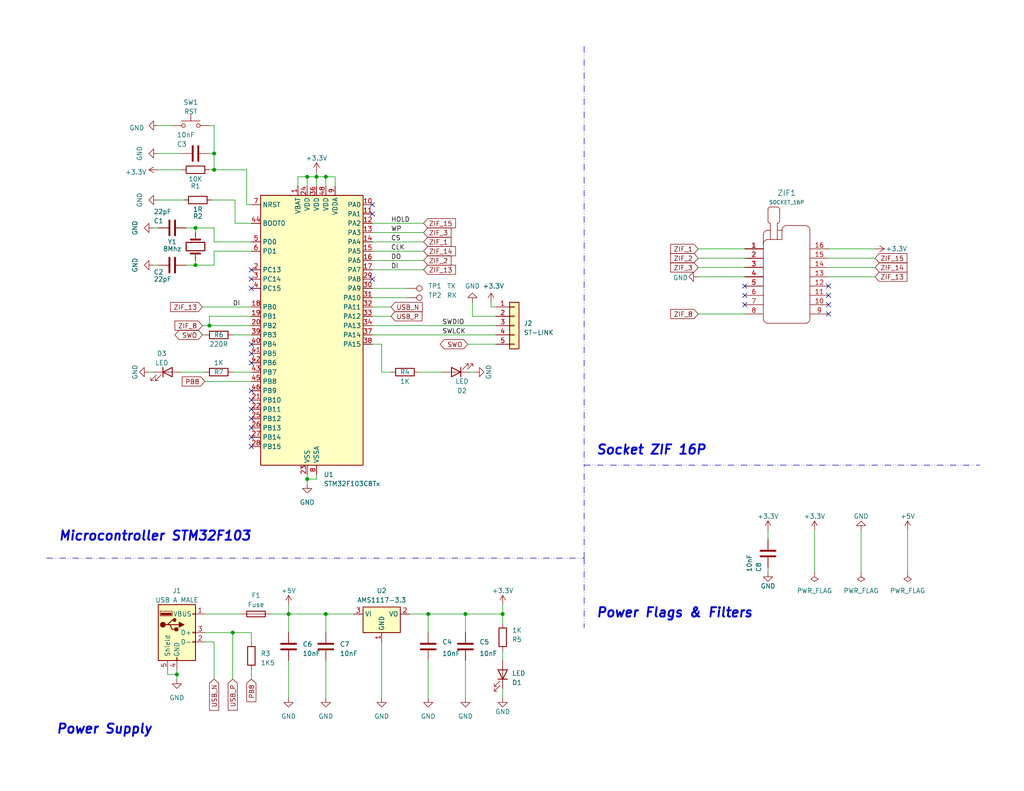
<source format=kicad_sch>
(kicad_sch (version 20230121) (generator eeschema)
  (paper "USLetter")
  (title_block (title "Clone XTW-2") (date "2023-03-08") (rev "1.2.1V") (company "xDNA Electronics & Design"))
  (lib_symbols
    (symbol "Connector:TestPoint" (pin_numbers hide) (pin_names (offset 0.762) hide)
      (property "Reference" "TP" (at 0 6.858 0))
      (property "Value" "TestPoint" (at 0 5.08 0))
      (symbol "TestPoint_0_1"
        (circle (center 0 3.302) (radius 0.762))
      )
      (symbol "TestPoint_1_1"
        (pin passive line (at 0 0 90) (length 2.54) (name "1") (number "1"))
      )
    )
    (symbol "Connector:USB_A" (pin_names (offset 1.016))
      (property "Reference" "J" (at -5.08 11.43 0))
      (property "Value" "USB_A" (at -5.08 8.89 0))
      (symbol "USB_A_0_1"
        (rectangle (start -5.08 -7.62) (end 5.08 7.62) (stroke (width 0.254)) (fill (type background)))
        (circle (center -3.81 2.159) (radius 0.635) (stroke (width 0.254)) (fill (type outline)))
        (rectangle (start -1.524 4.826) (end -4.318 5.334) (fill (type outline)))
        (rectangle (start -1.27 4.572) (end -4.572 5.842))
        (circle (center -0.635 3.429) (radius 0.381) (stroke (width 0.254)) (fill (type outline)))
        (rectangle (start -0.127 -7.62) (end 0.127 -6.858))
        (polyline (pts (xy -3.175 2.159) (xy -2.54 2.159) (xy -1.27 3.429) (xy -0.635 3.429)) (stroke (width 0.254)))
        (polyline (pts (xy -2.54 2.159) (xy -1.905 2.159) (xy -1.27 0.889) (xy 0 0.889)) (stroke (width 0.254)))
        (polyline (pts (xy 0.635 2.794) (xy 0.635 1.524) (xy 1.905 2.159) (xy 0.635 2.794)) (stroke (width 0.254)) (fill (type outline)))
        (rectangle (start 0.254 1.27) (end -0.508 0.508) (stroke (width 0.254)) (fill (type outline)))
        (rectangle (start 5.08 -2.667) (end 4.318 -2.413))
        (rectangle (start 5.08 -0.127) (end 4.318 0.127))
        (rectangle (start 5.08 4.953) (end 4.318 5.207))
      )
      (symbol "USB_A_1_1"
        (polyline (pts (xy -1.905 2.159) (xy 0.635 2.159)) (stroke (width 0.254)))
        (pin power_in line (at 7.62 5.08 180) (length 2.54) (name "VBUS") (number "1"))
        (pin bidirectional line (at 7.62 -2.54 180) (length 2.54) (name "D-") (number "2"))
        (pin bidirectional line (at 7.62 0 180) (length 2.54) (name "D+") (number "3"))
        (pin power_in line (at 0 -10.16 90) (length 2.54) (name "GND") (number "4"))
        (pin passive line (at -2.54 -10.16 90) (length 2.54) (name "Shield") (number "5"))
      )
    )
    (symbol "Connector_Generic:Conn_01x05" (pin_names (offset 1.016) hide)
      (property "Reference" "J" (at 0 7.62 0))
      (property "Value" "Conn_01x05" (at 0 -7.62 0))
      (symbol "Conn_01x05_1_1"
        (rectangle (start -1.27 -4.953) (end 0 -5.207) (stroke (width 0.1524)))
        (rectangle (start -1.27 -2.413) (end 0 -2.667) (stroke (width 0.1524)))
        (rectangle (start -1.27 0.127) (end 0 -0.127) (stroke (width 0.1524)))
        (rectangle (start -1.27 2.667) (end 0 2.413) (stroke (width 0.1524)))
        (rectangle (start -1.27 5.207) (end 0 4.953) (stroke (width 0.1524)))
        (rectangle (start -1.27 6.35) (end 1.27 -6.35) (stroke (width 0.254)) (fill (type background)))
        (pin passive line (at -5.08 5.08 0) (length 3.81) (name "Pin_1") (number "1"))
        (pin passive line (at -5.08 2.54 0) (length 3.81) (name "Pin_2") (number "2"))
        (pin passive line (at -5.08 0 0) (length 3.81) (name "Pin_3") (number "3"))
        (pin passive line (at -5.08 -2.54 0) (length 3.81) (name "Pin_4") (number "4"))
        (pin passive line (at -5.08 -5.08 0) (length 3.81) (name "Pin_5") (number "5"))
      )
    )
    (symbol "Device:C" (pin_numbers hide) (pin_names (offset 0.254))
      (property "Reference" "C" (at 0.635 2.54 0))
      (property "Value" "C" (at 0.635 -2.54 0))
      (symbol "C_0_1"
        (polyline (pts (xy -2.032 -0.762) (xy 2.032 -0.762)) (stroke (width 0.508)))
        (polyline (pts (xy -2.032 0.762) (xy 2.032 0.762)) (stroke (width 0.508)))
      )
      (symbol "C_1_1"
        (pin passive line (at 0 3.81 270) (length 2.794) (name "~") (number "1"))
        (pin passive line (at 0 -3.81 90) (length 2.794) (name "~") (number "2"))
      )
    )
    (symbol "Device:Crystal" (pin_numbers hide) (pin_names (offset 1.016) hide)
      (property "Reference" "Y" (at 0 3.81 0))
      (property "Value" "Crystal" (at 0 -3.81 0))
      (symbol "Crystal_0_1"
        (rectangle (start -1.143 2.54) (end 1.143 -2.54) (stroke (width 0.3048)))
        (polyline (pts (xy -2.54 0) (xy -1.905 0)))
        (polyline (pts (xy -1.905 -1.27) (xy -1.905 1.27)) (stroke (width 0.508)))
        (polyline (pts (xy 1.905 -1.27) (xy 1.905 1.27)) (stroke (width 0.508)))
        (polyline (pts (xy 2.54 0) (xy 1.905 0)))
      )
      (symbol "Crystal_1_1"
        (pin passive line (at -3.81 0 0) (length 1.27) (name "1") (number "1"))
        (pin passive line (at 3.81 0 180) (length 1.27) (name "2") (number "2"))
      )
    )
    (symbol "Device:Fuse" (pin_numbers hide) (pin_names (offset 0))
      (property "Reference" "F" (at 2.032 0 90))
      (property "Value" "Fuse" (at -1.905 0 90))
      (symbol "Fuse_0_1"
        (rectangle (start -0.762 -2.54) (end 0.762 2.54) (stroke (width 0.254)))
        (polyline (pts (xy 0 2.54) (xy 0 -2.54)))
      )
      (symbol "Fuse_1_1"
        (pin passive line (at 0 3.81 270) (length 1.27) (name "~") (number "1"))
        (pin passive line (at 0 -3.81 90) (length 1.27) (name "~") (number "2"))
      )
    )
    (symbol "Device:LED" (pin_numbers hide) (pin_names (offset 1.016) hide)
      (property "Reference" "D" (at 0 2.54 0))
      (property "Value" "LED" (at 0 -2.54 0))
      (symbol "LED_0_1"
        (polyline (pts (xy -1.27 -1.27) (xy -1.27 1.27)) (stroke (width 0.254)))
        (polyline (pts (xy -1.27 0) (xy 1.27 0)))
        (polyline (pts (xy 1.27 -1.27) (xy 1.27 1.27) (xy -1.27 0) (xy 1.27 -1.27)) (stroke (width 0.254)))
        (polyline (pts (xy -3.048 -0.762) (xy -4.572 -2.286) (xy -3.81 -2.286) (xy -4.572 -2.286) (xy -4.572 -1.524)))
        (polyline (pts (xy -1.778 -0.762) (xy -3.302 -2.286) (xy -2.54 -2.286) (xy -3.302 -2.286) (xy -3.302 -1.524)))
      )
      (symbol "LED_1_1"
        (pin passive line (at -3.81 0 0) (length 2.54) (name "K") (number "1"))
        (pin passive line (at 3.81 0 180) (length 2.54) (name "A") (number "2"))
      )
    )
    (symbol "Device:R" (pin_numbers hide) (pin_names (offset 0))
      (property "Reference" "R" (at 2.032 0 90))
      (property "Value" "R" (at 0 0 90))
      (symbol "R_0_1"
        (rectangle (start -1.016 -2.54) (end 1.016 2.54) (stroke (width 0.254)))
      )
      (symbol "R_1_1"
        (pin passive line (at 0 3.81 270) (length 1.27) (name "~") (number "1"))
        (pin passive line (at 0 -3.81 90) (length 1.27) (name "~") (number "2"))
      )
    )
    (symbol "MCU_ST_STM32F1:STM32F103C8Tx"
      (property "Reference" "U" (at -12.7 39.37 0))
      (property "Value" "STM32F103C8Tx" (at 10.16 39.37 0))
      (symbol "STM32F103C8Tx_0_1"
        (rectangle (start -12.7 -35.56) (end 15.24 38.1) (stroke (width 0.254)) (fill (type background)))
      )
      (symbol "STM32F103C8Tx_1_1"
        (pin power_in line (at -2.54 40.64 270) (length 2.54) (name "VBAT") (number "1"))
        (pin bidirectional line (at 17.78 35.56 180) (length 2.54) (name "PA0") (number "10"))
        (pin bidirectional line (at 17.78 33.02 180) (length 2.54) (name "PA1") (number "11"))
        (pin bidirectional line (at 17.78 30.48 180) (length 2.54) (name "PA2") (number "12"))
        (pin bidirectional line (at 17.78 27.94 180) (length 2.54) (name "PA3") (number "13"))
        (pin bidirectional line (at 17.78 25.4 180) (length 2.54) (name "PA4") (number "14"))
        (pin bidirectional line (at 17.78 22.86 180) (length 2.54) (name "PA5") (number "15"))
        (pin bidirectional line (at 17.78 20.32 180) (length 2.54) (name "PA6") (number "16"))
        (pin bidirectional line (at 17.78 17.78 180) (length 2.54) (name "PA7") (number "17"))
        (pin bidirectional line (at -15.24 7.62 0) (length 2.54) (name "PB0") (number "18"))
        (pin bidirectional line (at -15.24 5.08 0) (length 2.54) (name "PB1") (number "19"))
        (pin bidirectional line (at -15.24 17.78 0) (length 2.54) (name "PC13") (number "2"))
        (pin bidirectional line (at -15.24 2.54 0) (length 2.54) (name "PB2") (number "20"))
        (pin bidirectional line (at -15.24 -17.78 0) (length 2.54) (name "PB10") (number "21"))
        (pin bidirectional line (at -15.24 -20.32 0) (length 2.54) (name "PB11") (number "22"))
        (pin power_in line (at 0 -38.1 90) (length 2.54) (name "VSS") (number "23"))
        (pin power_in line (at 0 40.64 270) (length 2.54) (name "VDD") (number "24"))
        (pin bidirectional line (at -15.24 -22.86 0) (length 2.54) (name "PB12") (number "25"))
        (pin bidirectional line (at -15.24 -25.4 0) (length 2.54) (name "PB13") (number "26"))
        (pin bidirectional line (at -15.24 -27.94 0) (length 2.54) (name "PB14") (number "27"))
        (pin bidirectional line (at -15.24 -30.48 0) (length 2.54) (name "PB15") (number "28"))
        (pin bidirectional line (at 17.78 15.24 180) (length 2.54) (name "PA8") (number "29"))
        (pin bidirectional line (at -15.24 15.24 0) (length 2.54) (name "PC14") (number "3"))
        (pin bidirectional line (at 17.78 12.7 180) (length 2.54) (name "PA9") (number "30"))
        (pin bidirectional line (at 17.78 10.16 180) (length 2.54) (name "PA10") (number "31"))
        (pin bidirectional line (at 17.78 7.62 180) (length 2.54) (name "PA11") (number "32"))
        (pin bidirectional line (at 17.78 5.08 180) (length 2.54) (name "PA12") (number "33"))
        (pin bidirectional line (at 17.78 2.54 180) (length 2.54) (name "PA13") (number "34"))
        (pin passive line (at 0 -38.1 90) (length 2.54) hide (name "VSS") (number "35"))
        (pin power_in line (at 2.54 40.64 270) (length 2.54) (name "VDD") (number "36"))
        (pin bidirectional line (at 17.78 0 180) (length 2.54) (name "PA14") (number "37"))
        (pin bidirectional line (at 17.78 -2.54 180) (length 2.54) (name "PA15") (number "38"))
        (pin bidirectional line (at -15.24 0 0) (length 2.54) (name "PB3") (number "39"))
        (pin bidirectional line (at -15.24 12.7 0) (length 2.54) (name "PC15") (number "4"))
        (pin bidirectional line (at -15.24 -2.54 0) (length 2.54) (name "PB4") (number "40"))
        (pin bidirectional line (at -15.24 -5.08 0) (length 2.54) (name "PB5") (number "41"))
        (pin bidirectional line (at -15.24 -7.62 0) (length 2.54) (name "PB6") (number "42"))
        (pin bidirectional line (at -15.24 -10.16 0) (length 2.54) (name "PB7") (number "43"))
        (pin input line (at -15.24 30.48 0) (length 2.54) (name "BOOT0") (number "44"))
        (pin bidirectional line (at -15.24 -12.7 0) (length 2.54) (name "PB8") (number "45"))
        (pin bidirectional line (at -15.24 -15.24 0) (length 2.54) (name "PB9") (number "46"))
        (pin passive line (at 0 -38.1 90) (length 2.54) hide (name "VSS") (number "47"))
        (pin power_in line (at 5.08 40.64 270) (length 2.54) (name "VDD") (number "48"))
        (pin bidirectional line (at -15.24 25.4 0) (length 2.54) (name "PD0") (number "5"))
        (pin bidirectional line (at -15.24 22.86 0) (length 2.54) (name "PD1") (number "6"))
        (pin input line (at -15.24 35.56 0) (length 2.54) (name "NRST") (number "7"))
        (pin power_in line (at 2.54 -38.1 90) (length 2.54) (name "VSSA") (number "8"))
        (pin power_in line (at 7.62 40.64 270) (length 2.54) (name "VDDA") (number "9"))
      )
    )
    (symbol "Regulator_Linear:AMS1117-3.3"
      (property "Reference" "U" (at -3.81 3.175 0))
      (property "Value" "AMS1117-3.3" (at 0 3.175 0))
      (symbol "AMS1117-3.3_0_1"
        (rectangle (start -5.08 -5.08) (end 5.08 1.905) (stroke (width 0.254)) (fill (type background)))
      )
      (symbol "AMS1117-3.3_1_1"
        (pin power_in line (at 0 -7.62 90) (length 2.54) (name "GND") (number "1"))
        (pin power_out line (at 7.62 0 180) (length 2.54) (name "VO") (number "2"))
        (pin power_in line (at -7.62 0 0) (length 2.54) (name "VI") (number "3"))
      )
    )
    (symbol "Switch:SW_Push" (pin_numbers hide) (pin_names (offset 1.016) hide)
      (property "Reference" "SW" (at 1.27 2.54 0))
      (property "Value" "SW_Push" (at 0 -1.524 0))
      (symbol "SW_Push_0_1"
        (circle (center -2.032 0) (radius 0.508))
        (polyline (pts (xy 0 1.27) (xy 0 3.048)))
        (polyline (pts (xy 2.54 1.27) (xy -2.54 1.27)))
        (circle (center 2.032 0) (radius 0.508))
        (pin passive line (at -5.08 0 0) (length 2.54) (name "1") (number "1"))
        (pin passive line (at 5.08 0 180) (length 2.54) (name "2") (number "2"))
      )
    )
    (symbol "power:+3.3V" (power) (pin_names (offset 0))
      (property "Value" "+3.3V" (at 0 3.556 0))
      (symbol "+3.3V_0_1"
        (polyline (pts (xy -0.762 1.27) (xy 0 2.54)))
        (polyline (pts (xy 0 0) (xy 0 2.54)))
        (polyline (pts (xy 0 2.54) (xy 0.762 1.27)))
      )
      (symbol "+3.3V_1_1"
        (pin power_in line (at 0 0 90) (length 0) hide (name "+3.3V") (number "1"))
      )
    )
    (symbol "power:+5V" (power) (pin_names (offset 0))
      (property "Value" "+5V" (at 0 3.556 0))
      (symbol "+5V_0_1"
        (polyline (pts (xy -0.762 1.27) (xy 0 2.54)))
        (polyline (pts (xy 0 0) (xy 0 2.54)))
        (polyline (pts (xy 0 2.54) (xy 0.762 1.27)))
      )
      (symbol "+5V_1_1"
        (pin power_in line (at 0 0 90) (length 0) hide (name "+5V") (number "1"))
      )
    )
    (symbol "power:GND" (power) (pin_names (offset 0))
      (property "Value" "GND" (at 0 -3.81 0))
      (symbol "GND_0_1"
        (polyline (pts (xy 0 0) (xy 0 -1.27) (xy 1.27 -1.27) (xy 0 -2.54) (xy -1.27 -1.27) (xy 0 -1.27)))
      )
      (symbol "GND_1_1"
        (pin power_in line (at 0 0 270) (length 0) hide (name "GND") (number "1"))
      )
    )
    (symbol "power:PWR_FLAG" (power) (pin_numbers hide) (pin_names (offset 0) hide)
      (property "Value" "PWR_FLAG" (at 0 3.81 0))
      (symbol "PWR_FLAG_0_0"
        (pin power_out line (at 0 0 90) (length 0) (name "pwr") (number "1"))
      )
      (symbol "PWR_FLAG_0_1"
        (polyline (pts (xy 0 0) (xy 0 1.27) (xy -1.016 1.905) (xy 0 2.54) (xy 1.016 1.905) (xy 0 1.27)))
      )
    )
    (symbol "x_Sockets_ZIF:SOCKET_16P" (pin_names (offset 1.016))
      (property "Reference" "ZIF" (at 1.27 22.86 0))
      (property "Value" "SOCKET_16P" (at 0 -2.54 0))
      (symbol "SOCKET_16P_0_1"
        (arc (start -6.35 -3.81) (mid -5.9727 -4.7027) (end -5.08 -5.08))
        (arc (start -5.08 17.78) (mid -5.9909 17.4209) (end -6.35 16.51))
        (arc (start -5.08 20.32) (mid -5.9909 19.9609) (end -6.35 19.05))
        (arc (start -5.08 22.86) (mid -4.8992 22.4058) (end -4.445 22.225))
        (arc (start -4.445 26.67) (mid -4.8992 26.4892) (end -5.08 26.035))
        (arc (start -2.54 22.225) (mid -2.1034 22.4234) (end -1.905 22.86))
        (arc (start -1.905 26.035) (mid -2.1034 26.4716) (end -2.54 26.67))
        (polyline (pts (xy -6.35 16.51) (xy -6.35 -3.81)))
        (polyline (pts (xy -6.35 16.51) (xy -6.35 19.05)))
        (polyline (pts (xy -5.08 -5.08) (xy 5.08 -5.08)))
        (polyline (pts (xy -5.08 20.32) (xy -4.445 20.32)))
        (polyline (pts (xy -5.08 22.86) (xy -5.08 26.035)))
        (polyline (pts (xy -4.445 17.78) (xy -4.445 22.225)))
        (polyline (pts (xy -4.445 26.67) (xy -2.54 26.67)))
        (polyline (pts (xy -2.54 17.78) (xy -2.54 22.225)))
        (polyline (pts (xy -2.54 20.32) (xy -1.27 20.32)))
        (polyline (pts (xy -1.905 22.86) (xy -1.905 26.035)))
        (polyline (pts (xy 0 21.59) (xy 5.08 21.59)))
        (polyline (pts (xy 6.35 -3.81) (xy 6.35 16.51)))
        (polyline (pts (xy 6.35 16.51) (xy 6.35 20.32)))
        (polyline (pts (xy -5.08 17.78) (xy -1.27 17.78) (xy -1.27 20.32)))
        (arc (start 0 21.59) (mid -0.9109 21.2309) (end -1.27 20.32))
        (arc (start 5.08 -5.08) (mid 5.9908 -4.7208) (end 6.35 -3.81))
        (arc (start 6.35 20.32) (mid 5.9908 21.2308) (end 5.08 21.59))
      )
      (symbol "SOCKET_16P_1_1"
        (pin bidirectional line (at -11.43 15.24 0) (length 5.0038) (name "~") (number "1"))
        (pin bidirectional line (at -11.43 15.24 0) (length 5.0038) (name "~") (number "1"))
        (pin bidirectional line (at -11.43 15.24 0) (length 5.0038) (name "~") (number "1"))
        (pin bidirectional line (at -11.43 15.24 0) (length 5.0038) (name "~") (number "1"))
        (pin bidirectional line (at 11.43 0 180) (length 5.0038) (name "~") (number "10"))
        (pin bidirectional line (at 11.43 2.54 180) (length 5.0038) (name "~") (number "11"))
        (pin bidirectional line (at 11.43 5.08 180) (length 5.0038) (name "~") (number "12"))
        (pin bidirectional line (at 11.43 7.62 180) (length 5.0038) (name "~") (number "13"))
        (pin bidirectional line (at 11.43 10.16 180) (length 5.0038) (name "~") (number "14"))
        (pin bidirectional line (at 11.43 12.7 180) (length 5.0038) (name "~") (number "15"))
        (pin bidirectional line (at 11.43 15.24 180) (length 5.0038) (name "~") (number "16"))
        (pin bidirectional line (at -11.43 12.7 0) (length 5.0038) (name "~") (number "2"))
        (pin bidirectional line (at -11.43 12.7 0) (length 5.0038) (name "~") (number "2"))
        (pin bidirectional line (at -11.43 12.7 0) (length 5.0038) (name "~") (number "2"))
        (pin bidirectional line (at -11.43 12.7 0) (length 5.0038) (name "~") (number "2"))
        (pin bidirectional line (at -11.43 10.16 0) (length 5.0038) (name "~") (number "3"))
        (pin bidirectional line (at -11.43 10.16 0) (length 5.0038) (name "~") (number "3"))
        (pin bidirectional line (at -11.43 10.16 0) (length 5.0038) (name "~") (number "3"))
        (pin bidirectional line (at -11.43 10.16 0) (length 5.0038) (name "~") (number "3"))
        (pin bidirectional line (at -11.43 7.62 0) (length 5.0038) (name "~") (number "4"))
        (pin bidirectional line (at -11.43 7.62 0) (length 5.0038) (name "~") (number "4"))
        (pin bidirectional line (at -11.43 7.62 0) (length 5.0038) (name "~") (number "4"))
        (pin bidirectional line (at -11.43 7.62 0) (length 5.0038) (name "~") (number "4"))
        (pin bidirectional line (at -11.43 5.08 0) (length 5.0038) (name "~") (number "5"))
        (pin bidirectional line (at -11.43 5.08 0) (length 5.0038) (name "~") (number "5"))
        (pin bidirectional line (at -11.43 5.08 0) (length 5.0038) (name "~") (number "5"))
        (pin bidirectional line (at -11.43 5.08 0) (length 5.0038) (name "~") (number "5"))
        (pin bidirectional line (at -11.43 2.54 0) (length 5.0038) (name "~") (number "6"))
        (pin bidirectional line (at -11.43 0 0) (length 5.0038) (name "~") (number "7"))
        (pin bidirectional line (at -11.43 -2.54 0) (length 5.0038) (name "~") (number "8"))
        (pin bidirectional line (at 11.43 -2.54 180) (length 5.0038) (name "~") (number "9"))
      )
    )
  )
  (junction (at 83.82 130.81))
  (junction (at 137.16 167.64))
  (junction (at 83.82 48.26))
  (junction (at 58.42 46.355))
  (junction (at 78.74 167.64))
  (junction (at 116.84 167.64))
  (junction (at 53.34 62.23))
  (junction (at 86.36 48.26))
  (junction (at 88.9 167.64))
  (junction (at 63.5 172.72))
  (junction (at 57.15 88.9))
  (junction (at 88.9 48.26))
  (junction (at 127 167.64))
  (junction (at 48.26 184.15))
  (junction (at 58.42 41.91))
  (junction (at 53.34 72.39))
  (no_connect (at 68.58 109.22))
  (no_connect (at 226.06 83.185))
  (no_connect (at 226.06 80.645))
  (no_connect (at 68.58 76.2))
  (no_connect (at 68.58 73.66))
  (no_connect (at 68.58 99.06))
  (no_connect (at 68.58 111.76))
  (no_connect (at 226.06 85.725))
  (no_connect (at 68.58 116.84))
  (no_connect (at 203.2 78.105))
  (no_connect (at 226.06 78.105))
  (no_connect (at 68.58 78.74))
  (no_connect (at 68.58 121.92))
  (no_connect (at 68.58 93.98))
  (no_connect (at 68.58 106.68))
  (no_connect (at 68.58 96.52))
  (no_connect (at 101.6 76.2))
  (no_connect (at 68.58 114.3))
  (no_connect (at 203.2 83.185))
  (no_connect (at 203.2 80.645))
  (no_connect (at 68.58 119.38))
  (no_connect (at 101.6 58.42))
  (no_connect (at 101.6 55.88))
  (wire (pts (xy 57.15 86.36) (xy 57.15 88.9)))
  (wire (pts (xy 101.6 71.12) (xy 115.57 71.12)))
  (wire (pts (xy 190.5 85.725) (xy 203.2 85.725)))
  (wire (pts (xy 43.18 54.61) (xy 50.165 54.61)))
  (wire (pts (xy 55.245 88.9) (xy 57.15 88.9)))
  (wire (pts (xy 81.28 50.8) (xy 81.28 48.26)))
  (wire (pts (xy 111.76 167.64) (xy 116.84 167.64)))
  (wire (pts (xy 88.9 167.64) (xy 96.52 167.64)))
  (wire (pts (xy 190.5 70.485) (xy 203.2 70.485)))
  (wire (pts (xy 222.25 144.78) (xy 222.25 156.21)))
  (polyline (pts (xy 159.385 12.7) (xy 159.385 127)) (stroke (width 0) (type dash_dot_dot)))
  (wire (pts (xy 43.18 34.29) (xy 46.99 34.29)))
  (wire (pts (xy 40.64 101.6) (xy 41.91 101.6)))
  (wire (pts (xy 135.255 88.9) (xy 101.6 88.9)))
  (wire (pts (xy 226.06 67.945) (xy 238.76 67.945)))
  (wire (pts (xy 247.65 144.78) (xy 247.65 156.21)))
  (wire (pts (xy 83.82 130.81) (xy 86.36 130.81)))
  (wire (pts (xy 135.255 91.44) (xy 101.6 91.44)))
  (wire (pts (xy 101.6 73.66) (xy 115.57 73.66)))
  (wire (pts (xy 43.18 46.355) (xy 49.53 46.355)))
  (wire (pts (xy 45.72 182.88) (xy 45.72 184.15)))
  (wire (pts (xy 86.36 129.54) (xy 86.36 130.81)))
  (wire (pts (xy 83.82 130.81) (xy 83.82 132.08)))
  (wire (pts (xy 48.26 184.15) (xy 48.26 185.42)))
  (wire (pts (xy 55.88 172.72) (xy 63.5 172.72)))
  (wire (pts (xy 101.6 86.36) (xy 106.68 86.36)))
  (wire (pts (xy 58.42 62.23) (xy 53.34 62.23)))
  (wire (pts (xy 68.58 175.26) (xy 68.58 172.72)))
  (wire (pts (xy 226.06 70.485) (xy 238.76 70.485)))
  (wire (pts (xy 226.06 73.025) (xy 238.76 73.025)))
  (wire (pts (xy 43.18 62.23) (xy 41.91 62.23)))
  (wire (pts (xy 43.18 41.91) (xy 49.53 41.91)))
  (wire (pts (xy 209.55 156.21) (xy 209.55 154.94)))
  (wire (pts (xy 57.15 46.355) (xy 58.42 46.355)))
  (wire (pts (xy 78.74 167.64) (xy 88.9 167.64)))
  (wire (pts (xy 57.15 86.36) (xy 68.58 86.36)))
  (wire (pts (xy 137.16 187.96) (xy 137.16 190.5)))
  (wire (pts (xy 190.5 73.025) (xy 203.2 73.025)))
  (wire (pts (xy 133.985 83.82) (xy 133.985 82.55)))
  (wire (pts (xy 101.6 93.98) (xy 104.14 93.98)))
  (wire (pts (xy 49.53 101.6) (xy 55.88 101.6)))
  (wire (pts (xy 55.88 104.14) (xy 68.58 104.14)))
  (wire (pts (xy 48.26 182.88) (xy 48.26 184.15)))
  (wire (pts (xy 91.44 48.26) (xy 91.44 50.8)))
  (wire (pts (xy 67.31 55.88) (xy 68.58 55.88)))
  (wire (pts (xy 135.255 83.82) (xy 133.985 83.82)))
  (wire (pts (xy 63.5 172.72) (xy 68.58 172.72)))
  (wire (pts (xy 116.84 180.34) (xy 116.84 190.5)))
  (wire (pts (xy 127.635 93.98) (xy 135.255 93.98)))
  (wire (pts (xy 101.6 78.74) (xy 111.125 78.74)))
  (wire (pts (xy 86.36 46.99) (xy 86.36 48.26)))
  (wire (pts (xy 116.84 167.64) (xy 116.84 172.72)))
  (wire (pts (xy 43.18 72.39) (xy 41.91 72.39)))
  (wire (pts (xy 137.16 177.8) (xy 137.16 180.34)))
  (wire (pts (xy 128.905 86.36) (xy 128.905 82.55)))
  (wire (pts (xy 101.6 81.28) (xy 111.125 81.28)))
  (wire (pts (xy 190.5 67.945) (xy 203.2 67.945)))
  (wire (pts (xy 68.58 68.58) (xy 58.42 68.58)))
  (wire (pts (xy 58.42 34.29) (xy 58.42 41.91)))
  (wire (pts (xy 55.245 91.44) (xy 55.88 91.44)))
  (wire (pts (xy 57.785 54.61) (xy 64.135 54.61)))
  (wire (pts (xy 88.9 167.64) (xy 88.9 172.72)))
  (wire (pts (xy 55.88 175.26) (xy 58.42 175.26)))
  (wire (pts (xy 58.42 41.91) (xy 58.42 46.355)))
  (wire (pts (xy 55.88 167.64) (xy 66.04 167.64)))
  (wire (pts (xy 67.31 46.355) (xy 67.31 55.88)))
  (wire (pts (xy 58.42 68.58) (xy 58.42 72.39)))
  (wire (pts (xy 63.5 172.72) (xy 63.5 185.42)))
  (wire (pts (xy 83.82 48.26) (xy 86.36 48.26)))
  (wire (pts (xy 101.6 60.96) (xy 115.57 60.96)))
  (wire (pts (xy 50.8 72.39) (xy 53.34 72.39)))
  (wire (pts (xy 88.9 48.26) (xy 86.36 48.26)))
  (wire (pts (xy 88.9 50.8) (xy 88.9 48.26)))
  (wire (pts (xy 50.8 62.23) (xy 53.34 62.23)))
  (wire (pts (xy 57.15 34.29) (xy 58.42 34.29)))
  (wire (pts (xy 57.15 41.91) (xy 58.42 41.91)))
  (wire (pts (xy 88.9 48.26) (xy 91.44 48.26)))
  (wire (pts (xy 58.42 66.04) (xy 58.42 62.23)))
  (polyline (pts (xy 159.385 152.4) (xy 159.385 171.45)) (stroke (width 0) (type dash_dot_dot)))
  (polyline (pts (xy 12.7 152.4) (xy 159.385 152.4)) (stroke (width 0) (type dash_dot_dot)))
  (wire (pts (xy 226.06 75.565) (xy 238.76 75.565)))
  (wire (pts (xy 55.245 83.82) (xy 68.58 83.82)))
  (polyline (pts (xy 159.385 152.4) (xy 159.385 127)) (stroke (width 0) (type dash_dot_dot)))
  (wire (pts (xy 129.54 101.6) (xy 128.27 101.6)))
  (wire (pts (xy 83.82 50.8) (xy 83.82 48.26)))
  (wire (pts (xy 88.9 180.34) (xy 88.9 190.5)))
  (wire (pts (xy 104.14 175.26) (xy 104.14 190.5)))
  (wire (pts (xy 63.5 101.6) (xy 68.58 101.6)))
  (wire (pts (xy 101.6 66.04) (xy 115.57 66.04)))
  (wire (pts (xy 58.42 72.39) (xy 53.34 72.39)))
  (wire (pts (xy 127 167.64) (xy 137.16 167.64)))
  (wire (pts (xy 137.16 170.18) (xy 137.16 167.64)))
  (wire (pts (xy 81.28 48.26) (xy 83.82 48.26)))
  (wire (pts (xy 45.72 184.15) (xy 48.26 184.15)))
  (wire (pts (xy 63.5 91.44) (xy 68.58 91.44)))
  (wire (pts (xy 101.6 63.5) (xy 115.57 63.5)))
  (wire (pts (xy 234.95 144.78) (xy 234.95 156.21)))
  (wire (pts (xy 101.6 68.58) (xy 115.57 68.58)))
  (wire (pts (xy 116.84 167.64) (xy 127 167.64)))
  (wire (pts (xy 68.58 66.04) (xy 58.42 66.04)))
  (polyline (pts (xy 159.385 127) (xy 267.335 127)) (stroke (width 0) (type dash_dot_dot)))
  (wire (pts (xy 120.65 101.6) (xy 114.3 101.6)))
  (wire (pts (xy 137.16 165.1) (xy 137.16 167.64)))
  (wire (pts (xy 64.135 54.61) (xy 64.135 60.96)))
  (wire (pts (xy 209.55 144.78) (xy 209.55 147.32)))
  (wire (pts (xy 127 167.64) (xy 127 172.72)))
  (wire (pts (xy 78.74 180.34) (xy 78.74 190.5)))
  (wire (pts (xy 78.74 167.64) (xy 78.74 172.72)))
  (wire (pts (xy 83.82 129.54) (xy 83.82 130.81)))
  (wire (pts (xy 86.36 48.26) (xy 86.36 50.8)))
  (wire (pts (xy 135.255 86.36) (xy 128.905 86.36)))
  (wire (pts (xy 127 180.34) (xy 127 190.5)))
  (wire (pts (xy 73.66 167.64) (xy 78.74 167.64)))
  (wire (pts (xy 104.14 93.98) (xy 104.14 101.6)))
  (wire (pts (xy 78.74 165.1) (xy 78.74 167.64)))
  (wire (pts (xy 57.15 88.9) (xy 68.58 88.9)))
  (wire (pts (xy 106.68 101.6) (xy 104.14 101.6)))
  (wire (pts (xy 58.42 185.42) (xy 58.42 175.26)))
  (wire (pts (xy 53.34 62.23) (xy 53.34 63.5)))
  (wire (pts (xy 64.135 60.96) (xy 68.58 60.96)))
  (wire (pts (xy 101.6 83.82) (xy 106.68 83.82)))
  (wire (pts (xy 53.34 71.12) (xy 53.34 72.39)))
  (wire (pts (xy 58.42 46.355) (xy 67.31 46.355)))
  (wire (pts (xy 68.58 182.88) (xy 68.58 185.42)))
  (wire (pts (xy 190.5 75.565) (xy 203.2 75.565)))
  (text "Power Supply" (at 15.24 200.66 0) (effects (font (size 2.54 2.54) (thickness 0.508) bold italic) (justify left bottom)))
  (text "Microcontroller STM32F103" (at 15.875 147.955 0) (effects (font (size 2.54 2.54) (thickness 0.508) bold italic) (justify left bottom)))
  (text "Socket ZIF 16P" (at 162.56 124.46 0) (effects (font (size 2.54 2.54) (thickness 0.508) bold italic) (justify left bottom)))
  (text "Power Flags & Filters" (at 162.56 168.91 0) (effects (font (size 2.54 2.54) (thickness 0.508) bold italic) (justify left bottom)))
  (label "WP" (at 106.68 63.5 0))
  (label "SWLCK" (at 120.65 91.44 0))
  (label "SWDIO" (at 120.65 88.9 0))
  (label "DI" (at 63.5 83.82 0))
  (label "HOLD" (at 106.68 60.96 0))
  (label "CLK" (at 106.68 68.58 0))
  (label "DO" (at 106.68 71.12 0))
  (label "DI" (at 106.68 73.66 0))
  (label "CS" (at 106.68 66.04 0))
  (global_label "ZIF_8" (shape input) (at 55.245 88.9 180) (property "Intersheetrefs" "${INTERSHEET_REFS}" (effects hide)))
  (global_label "ZIF_14" (shape input) (at 238.76 73.025 0) (property "Intersheetrefs" "${INTERSHEET_REFS}" (effects hide)))
  (global_label "ZIF_2" (shape input) (at 190.5 70.485 180) (property "Intersheetrefs" "${INTERSHEET_REFS}" (effects hide)))
  (global_label "SWO" (shape bidirectional) (at 127.635 93.98 180) (property "Intersheetrefs" "${INTERSHEET_REFS}" (effects hide)))
  (global_label "PB8" (shape input) (at 68.58 185.42 270) (property "Intersheetrefs" "${INTERSHEET_REFS}" (effects hide)))
  (global_label "ZIF_8" (shape input) (at 190.5 85.725 180) (property "Intersheetrefs" "${INTERSHEET_REFS}" (effects hide)))
  (global_label "ZIF_13" (shape input) (at 115.57 73.66 0) (property "Intersheetrefs" "${INTERSHEET_REFS}" (effects hide)))
  (global_label "USB_P" (shape input) (at 106.68 86.36 0) (property "Intersheetrefs" "${INTERSHEET_REFS}" (effects hide)))
  (global_label "USB_P" (shape input) (at 63.5 185.42 270) (property "Intersheetrefs" "${INTERSHEET_REFS}" (effects hide)))
  (global_label "ZIF_15" (shape input) (at 115.57 60.96 0) (property "Intersheetrefs" "${INTERSHEET_REFS}" (effects hide)))
  (global_label "SWO" (shape bidirectional) (at 55.245 91.44 180) (property "Intersheetrefs" "${INTERSHEET_REFS}" (effects hide)))
  (global_label "ZIF_13" (shape input) (at 238.76 75.565 0) (property "Intersheetrefs" "${INTERSHEET_REFS}" (effects hide)))
  (global_label "ZIF_1" (shape input) (at 115.57 66.04 0) (property "Intersheetrefs" "${INTERSHEET_REFS}" (effects hide)))
  (global_label "USB_N" (shape input) (at 58.42 185.42 270) (property "Intersheetrefs" "${INTERSHEET_REFS}" (effects hide)))
  (global_label "ZIF_3" (shape input) (at 115.57 63.5 0) (property "Intersheetrefs" "${INTERSHEET_REFS}" (effects hide)))
  (global_label "ZIF_14" (shape input) (at 115.57 68.58 0) (property "Intersheetrefs" "${INTERSHEET_REFS}" (effects hide)))
  (global_label "USB_N" (shape input) (at 106.68 83.82 0) (property "Intersheetrefs" "${INTERSHEET_REFS}" (effects hide)))
  (global_label "ZIF_1" (shape input) (at 190.5 67.945 180) (property "Intersheetrefs" "${INTERSHEET_REFS}" (effects hide)))
  (global_label "PB8" (shape input) (at 55.88 104.14 180) (property "Intersheetrefs" "${INTERSHEET_REFS}" (effects hide)))
  (global_label "ZIF_15" (shape input) (at 238.76 70.485 0) (property "Intersheetrefs" "${INTERSHEET_REFS}" (effects hide)))
  (global_label "ZIF_2" (shape input) (at 115.57 71.12 0) (property "Intersheetrefs" "${INTERSHEET_REFS}" (effects hide)))
  (global_label "ZIF_3" (shape input) (at 190.5 73.025 180) (property "Intersheetrefs" "${INTERSHEET_REFS}" (effects hide)))
  (global_label "ZIF_13" (shape input) (at 55.245 83.82 180) (property "Intersheetrefs" "${INTERSHEET_REFS}" (effects hide)))
  (symbol (lib_id "Device:R") (at 59.69 91.44 270) (mirror x) (unit 1)
    (property "Reference" "R6" (at 59.69 91.44 90))
    (property "Value" "220R" (at 59.69 93.98 90))
    (property "Footprint" "Resistor_SMD:R_1206_3216Metric" (effects hide))
  )
  (symbol (lib_id "Connector_Generic:Conn_01x05") (at 140.335 88.9 0) (unit 1)
    (property "Reference" "J2" (at 142.875 88.265 0) (effects (justify left)))
    (property "Value" "ST-LINK" (at 142.875 90.805 0) (effects (justify left)))
    (property "Footprint" "Connector_PinHeader_2.54mm:PinHeader_1x05_P2.54mm_Vertical" (effects hide))
  )
  (symbol (lib_id "Device:LED") (at 45.72 101.6 0) (unit 1)
    (property "Reference" "D3" (at 44.1325 96.52 0))
    (property "Value" "LED" (at 44.1325 99.06 0))
    (property "Footprint" "LED_SMD:LED_1206_3216Metric" (effects hide))
  )
  (symbol (lib_id "Device:R") (at 53.975 54.61 90) (unit 1)
    (property "Reference" "R2" (at 53.975 59.055 90))
    (property "Value" "1R" (at 53.975 57.15 90))
    (property "Footprint" "Resistor_SMD:R_1206_3216Metric" (effects hide))
  )
  (symbol (lib_id "Device:R") (at 110.49 101.6 270) (unit 1)
    (property "Reference" "R4" (at 110.49 101.6 90))
    (property "Value" "1K" (at 110.49 104.14 90))
    (property "Footprint" "Resistor_SMD:R_1206_3216Metric" (effects hide))
  )
  (symbol (lib_id "Device:C") (at 209.55 151.13 0) (unit 1)
    (property "Reference" "C8" (at 207.01 156.21 90) (effects (justify left)))
    (property "Value" "10nF" (at 204.47 156.21 90) (effects (justify left)))
    (property "Footprint" "Capacitor_SMD:C_1206_3216Metric" (effects hide))
  )
  (symbol (lib_id "power:GND") (at 40.64 101.6 270) (unit 1)
    (property "Reference" "#PWR02" (effects hide))
    (property "Value" "GND" (at 36.83 101.6 0))
  )
  (symbol (lib_id "Device:R") (at 137.16 173.99 0) (mirror x) (unit 1)
    (property "Reference" "R5" (at 139.7 174.625 0) (effects (justify left)))
    (property "Value" "1K" (at 139.7 172.085 0) (effects (justify left)))
    (property "Footprint" "Resistor_SMD:R_1206_3216Metric" (effects hide))
  )
  (symbol (lib_id "Device:C") (at 127 176.53 0) (unit 1)
    (property "Reference" "C5" (at 130.81 175.26 0) (effects (justify left)))
    (property "Value" "10nF" (at 130.81 178.435 0) (effects (justify left)))
    (property "Footprint" "Capacitor_SMD:C_1206_3216Metric" (effects hide))
  )
  (symbol (lib_id "Device:C") (at 116.84 176.53 0) (unit 1)
    (property "Reference" "C4" (at 120.65 175.26 0) (effects (justify left)))
    (property "Value" "10nF" (at 120.65 178.435 0) (effects (justify left)))
    (property "Footprint" "Capacitor_SMD:C_1206_3216Metric" (effects hide))
  )
  (symbol (lib_id "power:GND") (at 41.91 72.39 270) (unit 1)
    (property "Reference" "#PWR04" (effects hide))
    (property "Value" "GND" (at 36.83 72.39 0))
  )
  (symbol (lib_id "power:+3.3V") (at 209.55 144.78 0) (unit 1)
    (property "Reference" "#PWR024" (effects hide))
    (property "Value" "+3.3V" (at 209.55 140.97 0))
  )
  (symbol (lib_id "Device:LED") (at 137.16 184.15 270) (mirror x) (unit 1)
    (property "Reference" "D1" (at 139.7 186.3725 90) (effects (justify left)))
    (property "Value" "LED" (at 139.7 183.8325 90) (effects (justify left)))
    (property "Footprint" "LED_SMD:LED_1206_3216Metric" (effects hide))
  )
  (symbol (lib_id "power:GND") (at 78.74 190.5 0) (unit 1)
    (property "Reference" "#PWR09" (effects hide))
    (property "Value" "GND" (at 78.74 195.58 0))
  )
  (symbol (lib_id "power:+3.3V") (at 238.76 67.945 270) (mirror x) (unit 1)
    (property "Reference" "#PWR022" (effects hide))
    (property "Value" "+3.3V" (at 244.602 67.945 90))
  )
  (symbol (lib_id "power:GND") (at 83.82 132.08 0) (unit 1)
    (property "Reference" "#PWR011" (effects hide))
    (property "Value" "GND" (at 83.82 137.16 0))
  )
  (symbol (lib_id "Device:C") (at 46.99 72.39 270) (unit 1)
    (property "Reference" "C2" (at 41.91 74.295 90) (effects (justify left)))
    (property "Value" "22pF" (at 41.91 76.2 90) (effects (justify left)))
    (property "Footprint" "Capacitor_SMD:C_1206_3216Metric" (effects hide))
  )
  (symbol (lib_id "Switch:SW_Push") (at 52.07 34.29 0) (mirror y) (unit 1)
    (property "Reference" "SW1" (at 52.07 27.94 0))
    (property "Value" "RST" (at 52.07 30.48 0))
    (property "Footprint" "x_Button_Switch_THT:TACT_SWITCH_6x3.5mm" (effects hide))
  )
  (symbol (lib_id "Regulator_Linear:AMS1117-3.3") (at 104.14 167.64 0) (unit 1)
    (property "Reference" "U2" (at 104.14 161.29 0))
    (property "Value" "AMS1117-3.3" (at 104.14 163.83 0))
    (property "Footprint" "Package_TO_SOT_SMD:SOT-223-3_TabPin2" (effects hide))
    (property "Datasheet" "http://www.advanced-monolithic.com/pdf/ds1117.pdf" (effects hide))
  )
  (symbol (lib_id "power:PWR_FLAG") (at 247.65 156.21 180) (unit 1)
    (property "Reference" "#FLG03" (effects hide))
    (property "Value" "PWR_FLAG" (at 247.65 161.29 0))
  )
  (symbol (lib_id "power:PWR_FLAG") (at 234.95 156.21 180) (unit 1)
    (property "Reference" "#FLG02" (effects hide))
    (property "Value" "PWR_FLAG" (at 234.95 161.29 0))
  )
  (symbol (lib_id "Connector:TestPoint") (at 111.125 81.28 270) (unit 1)
    (property "Reference" "TP2" (at 116.84 80.645 90) (effects (justify left)))
    (property "Value" "RX" (at 121.92 80.645 90) (effects (justify left)))
    (property "Footprint" "TestPoint:TestPoint_Pad_D1.0mm" (effects hide))
  )
  (symbol (lib_id "Device:C") (at 46.99 62.23 270) (unit 1)
    (property "Reference" "C1" (at 41.91 60.325 90) (effects (justify left)))
    (property "Value" "22pF" (at 41.91 57.785 90) (effects (justify left)))
    (property "Footprint" "Capacitor_SMD:C_1206_3216Metric" (effects hide))
  )
  (symbol (lib_id "Device:R") (at 53.34 46.355 90) (unit 1)
    (property "Reference" "R1" (at 53.34 50.8 90))
    (property "Value" "10K" (at 53.34 48.895 90))
    (property "Footprint" "Resistor_SMD:R_1206_3216Metric" (effects hide))
  )
  (symbol (lib_id "Device:Fuse") (at 69.85 167.64 90) (unit 1)
    (property "Reference" "F1" (at 69.85 162.56 90))
    (property "Value" "Fuse" (at 69.85 165.1 90))
    (property "Footprint" "Fuse:Fuse_1206_3216Metric" (effects hide))
  )
  (symbol (lib_id "power:+3.3V") (at 222.25 144.78 0) (unit 1)
    (property "Reference" "#PWR025" (effects hide))
    (property "Value" "+3.3V" (at 222.25 140.97 0))
  )
  (symbol (lib_id "Connector:TestPoint") (at 111.125 78.74 270) (unit 1)
    (property "Reference" "TP1" (at 116.84 78.105 90) (effects (justify left)))
    (property "Value" "TX" (at 121.92 78.105 90) (effects (justify left)))
    (property "Footprint" "TestPoint:TestPoint_Pad_D1.0mm" (effects hide))
  )
  (symbol (lib_id "power:GND") (at 43.18 34.29 270) (mirror x) (unit 1)
    (property "Reference" "#PWR020" (effects hide))
    (property "Value" "GND" (at 39.37 34.925 90) (effects (justify right)))
  )
  (symbol (lib_id "MCU_ST_STM32F1:STM32F103C8Tx") (at 83.82 91.44 0) (unit 1)
    (property "Reference" "U1" (at 88.3159 129.54 0) (effects (justify left)))
    (property "Value" "STM32F103C8Tx" (at 88.3159 132.08 0) (effects (justify left)))
    (property "Footprint" "Package_QFP:LQFP-48_7x7mm_P0.5mm" (effects hide))
    (property "Datasheet" "https://www.st.com/resource/en/datasheet/stm32f103c8.pdf" (effects hide))
  )
  (symbol (lib_id "power:GND") (at 88.9 190.5 0) (unit 1)
    (property "Reference" "#PWR010" (effects hide))
    (property "Value" "GND" (at 88.9 195.58 0))
  )
  (symbol (lib_id "power:GND") (at 43.18 41.91 270) (unit 1)
    (property "Reference" "#PWR05" (effects hide))
    (property "Value" "GND" (at 38.1 41.91 0))
  )
  (symbol (lib_id "Device:R") (at 68.58 179.07 0) (unit 1)
    (property "Reference" "R3" (at 71.12 178.435 0) (effects (justify left)))
    (property "Value" "1K5" (at 71.12 180.975 0) (effects (justify left)))
    (property "Footprint" "Resistor_SMD:R_1206_3216Metric" (effects hide))
  )
  (symbol (lib_id "power:+3.3V") (at 86.36 46.99 0) (unit 1)
    (property "Reference" "#PWR012" (effects hide))
    (property "Value" "+3.3V" (at 86.36 43.18 0))
  )
  (symbol (lib_id "power:GND") (at 43.18 54.61 270) (unit 1)
    (property "Reference" "#PWR07" (effects hide))
    (property "Value" "GND" (at 38.1 54.61 0))
  )
  (symbol (lib_id "power:GND") (at 116.84 190.5 0) (unit 1)
    (property "Reference" "#PWR014" (effects hide))
    (property "Value" "GND" (at 116.84 195.58 0))
  )
  (symbol (lib_id "power:GND") (at 137.16 190.5 0) (mirror y) (unit 1)
    (property "Reference" "#PWR019" (effects hide))
    (property "Value" "GND" (at 137.16 194.31 0))
  )
  (symbol (lib_id "x_Sockets_ZIF:SOCKET_16P") (at 214.63 83.185 0) (unit 1)
    (property "Reference" "ZIF1" (at 214.63 52.705 0) (effects (font (size 1.524 1.524))))
    (property "Value" "SOCKET_16P" (at 214.63 55.245 0) (effects (font (size 1.016 1.016))))
    (property "Footprint" "x_Sockets_ZIF:SOCKET_16P_W35.2_H14.9_P7.62x2.54" (effects hide))
  )
  (symbol (lib_id "power:+3.3V") (at 137.16 165.1 0) (unit 1)
    (property "Reference" "#PWR015" (effects hide))
    (property "Value" "+3.3V" (at 137.16 161.29 0))
  )
  (symbol (lib_id "power:GND") (at 209.55 156.21 0) (unit 1)
    (property "Reference" "#PWR023" (effects hide))
    (property "Value" "GND" (at 209.55 160.02 0))
  )
  (symbol (lib_id "power:GND") (at 190.5 75.565 270) (unit 1)
    (property "Reference" "#PWR021" (effects hide))
    (property "Value" "GND" (at 185.674 75.819 90))
  )
  (symbol (lib_id "Connector:USB_A") (at 48.26 172.72 0) (unit 1)
    (property "Reference" "J1" (at 48.26 161.29 0))
    (property "Value" "USB A MALE" (at 48.26 163.83 0))
    (property "Footprint" "x_Connector_USB:USB_A_LP_C_ASSMANN" (effects hide))
    (property "Datasheet" " ~" (effects hide))
  )
  (symbol (lib_id "Device:C") (at 78.74 176.53 0) (unit 1)
    (property "Reference" "C6" (at 82.55 175.895 0) (effects (justify left)))
    (property "Value" "10nF" (at 82.55 178.435 0) (effects (justify left)))
    (property "Footprint" "Capacitor_SMD:C_1206_3216Metric" (effects hide))
  )
  (symbol (lib_id "power:GND") (at 104.14 190.5 0) (unit 1)
    (property "Reference" "#PWR013" (effects hide))
    (property "Value" "GND" (at 104.14 195.58 0))
  )
  (symbol (lib_id "Device:Crystal") (at 53.34 67.31 270) (mirror x) (unit 1)
    (property "Reference" "Y1" (at 45.72 66.04 90) (effects (justify left)))
    (property "Value" "8Mhz" (at 44.45 67.945 90) (effects (justify left)))
    (property "Footprint" "Crystal:Crystal_SMD_HC49-SD" (effects hide))
  )
  (symbol (lib_id "power:+3.3V") (at 133.985 82.55 0) (mirror y) (unit 1)
    (property "Reference" "#PWR018" (effects hide))
    (property "Value" "+3.3V" (at 134.62 78.105 0))
  )
  (symbol (lib_id "Device:R") (at 59.69 101.6 90) (unit 1)
    (property "Reference" "R7" (at 59.69 101.6 90))
    (property "Value" "1K" (at 59.69 99.06 90))
    (property "Footprint" "Resistor_SMD:R_1206_3216Metric" (effects hide))
  )
  (symbol (lib_id "power:GND") (at 127 190.5 0) (unit 1)
    (property "Reference" "#PWR016" (effects hide))
    (property "Value" "GND" (at 127 195.58 0))
  )
  (symbol (lib_id "power:+5V") (at 247.65 144.78 0) (unit 1)
    (property "Reference" "#PWR027" (effects hide))
    (property "Value" "+5V" (at 247.65 140.97 0))
  )
  (symbol (lib_id "power:GND") (at 41.91 62.23 270) (unit 1)
    (property "Reference" "#PWR03" (effects hide))
    (property "Value" "GND" (at 36.83 62.23 0))
  )
  (symbol (lib_id "power:+3.3V") (at 43.18 46.355 90) (unit 1)
    (property "Reference" "#PWR06" (effects hide))
    (property "Value" "+3.3V" (at 40.005 46.99 90) (effects (justify left)))
  )
  (symbol (lib_id "power:GND") (at 129.54 101.6 90) (unit 1)
    (property "Reference" "#PWR028" (effects hide))
    (property "Value" "GND" (at 133.35 101.6 0))
  )
  (symbol (lib_id "Device:C") (at 53.34 41.91 270) (unit 1)
    (property "Reference" "C3" (at 48.26 39.37 90) (effects (justify left)))
    (property "Value" "10nF" (at 48.26 36.83 90) (effects (justify left)))
    (property "Footprint" "Capacitor_SMD:C_1206_3216Metric" (effects hide))
  )
  (symbol (lib_id "power:GND") (at 234.95 144.78 180) (unit 1)
    (property "Reference" "#PWR026" (effects hide))
    (property "Value" "GND" (at 234.95 140.97 0))
  )
  (symbol (lib_id "power:GND") (at 48.26 185.42 0) (unit 1)
    (property "Reference" "#PWR01" (effects hide))
    (property "Value" "GND" (at 48.26 190.5 0))
  )
  (symbol (lib_id "Device:LED") (at 124.46 101.6 180) (unit 1)
    (property "Reference" "D2" (at 126.0475 106.68 0))
    (property "Value" "LED" (at 126.0475 104.14 0))
    (property "Footprint" "LED_SMD:LED_1206_3216Metric" (effects hide))
  )
  (symbol (lib_id "power:+5V") (at 78.74 165.1 0) (unit 1)
    (property "Reference" "#PWR08" (effects hide))
    (property "Value" "+5V" (at 78.74 161.29 0))
  )
  (symbol (lib_id "power:GND") (at 128.905 82.55 0) (mirror x) (unit 1)
    (property "Reference" "#PWR017" (effects hide))
    (property "Value" "GND" (at 128.905 78.105 0))
  )
  (symbol (lib_id "Device:C") (at 88.9 176.53 0) (unit 1)
    (property "Reference" "C7" (at 92.71 175.895 0) (effects (justify left)))
    (property "Value" "10nF" (at 92.71 178.435 0) (effects (justify left)))
    (property "Footprint" "Capacitor_SMD:C_1206_3216Metric" (effects hide))
  )
  (symbol (lib_id "power:PWR_FLAG") (at 222.25 156.21 180) (unit 1)
    (property "Reference" "#FLG01" (effects hide))
    (property "Value" "PWR_FLAG" (at 222.25 161.29 0))
  )
)
</source>
